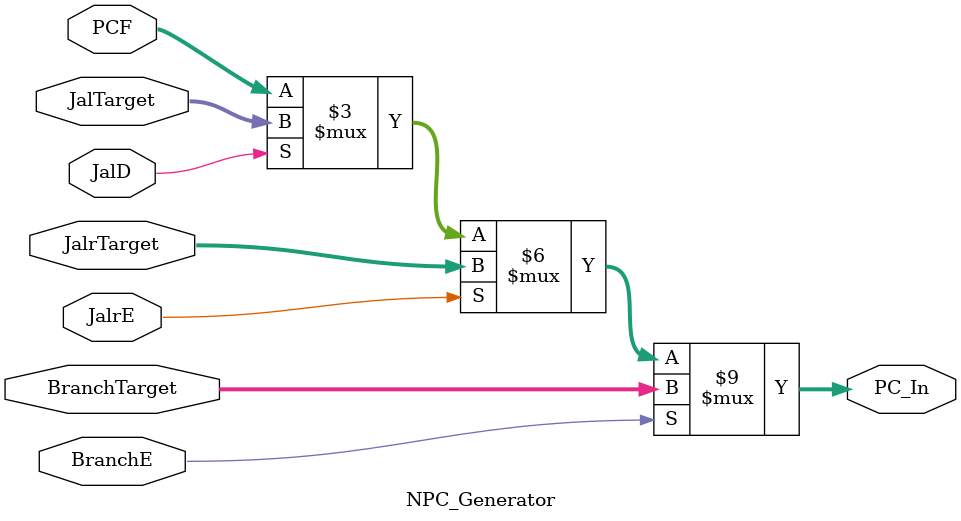
<source format=v>
`timescale 1ns / 1ps

module NPC_Generator(
    input wire [31:0] PCF,JalrTarget, BranchTarget, JalTarget,
    input wire BranchE,JalD,JalrE,
    output reg [31:0] PC_In
    );
    always @(*) begin
        if(BranchE)
            PC_In<=BranchTarget;
        else if(JalrE)
            PC_In<=JalrTarget;
        else if(JalD) 
             PC_In<= JalTarget;
        else 
            PC_In<=PCF;
    end
    // 请补全此处代码
    
endmodule

</source>
